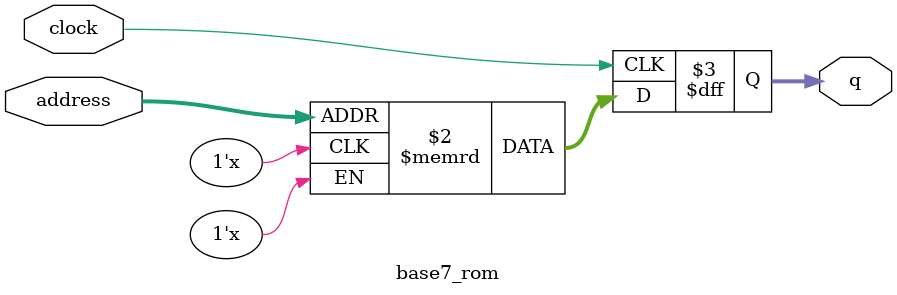
<source format=sv>
module base7_rom (
	input logic clock,
	input logic [9:0] address,
	output logic [7:0] q
);

logic [7:0] memory [0:1023] /* synthesis ram_init_file = "./base7/base7.mif" */;

always_ff @ (posedge clock) begin
	q <= memory[address];
end

endmodule

</source>
